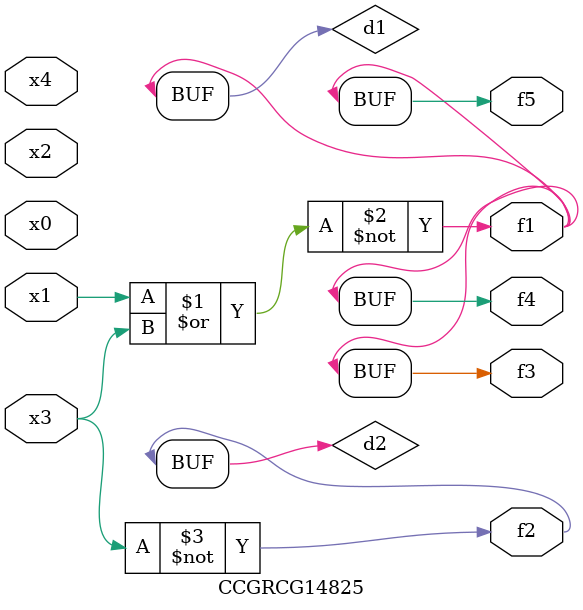
<source format=v>
module CCGRCG14825(
	input x0, x1, x2, x3, x4,
	output f1, f2, f3, f4, f5
);

	wire d1, d2;

	nor (d1, x1, x3);
	not (d2, x3);
	assign f1 = d1;
	assign f2 = d2;
	assign f3 = d1;
	assign f4 = d1;
	assign f5 = d1;
endmodule

</source>
